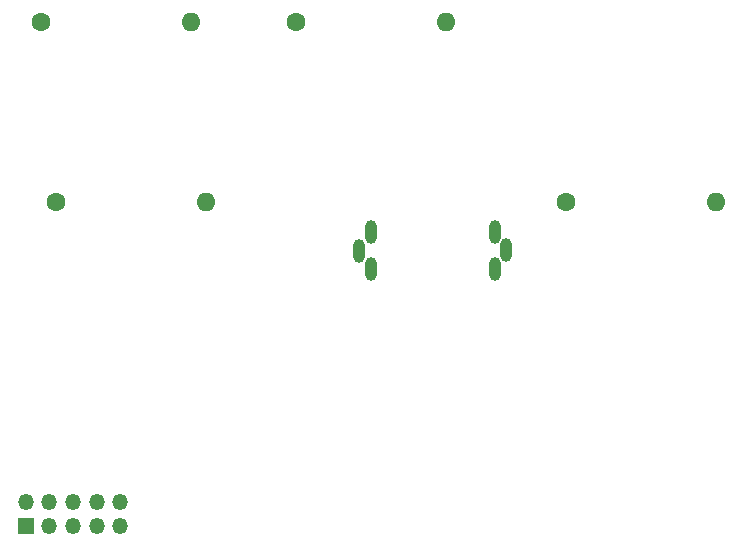
<source format=gbr>
%TF.GenerationSoftware,KiCad,Pcbnew,(7.0.0)*%
%TF.CreationDate,2023-08-04T16:20:27+02:00*%
%TF.ProjectId,PCH-1xxxJIG_THT_1.5,5043482d-3178-4787-984a-49475f544854,rev?*%
%TF.SameCoordinates,Original*%
%TF.FileFunction,Soldermask,Bot*%
%TF.FilePolarity,Negative*%
%FSLAX46Y46*%
G04 Gerber Fmt 4.6, Leading zero omitted, Abs format (unit mm)*
G04 Created by KiCad (PCBNEW (7.0.0)) date 2023-08-04 16:20:27*
%MOMM*%
%LPD*%
G01*
G04 APERTURE LIST*
%ADD10O,1.000000X2.000000*%
%ADD11C,1.600000*%
%ADD12O,1.600000X1.600000*%
%ADD13R,1.350000X1.350000*%
%ADD14O,1.350000X1.350000*%
G04 APERTURE END LIST*
D10*
%TO.C,UDC*%
X76539999Y-58979999D03*
X76539999Y-55879999D03*
X77539999Y-57379999D03*
X66039999Y-55879999D03*
X66039999Y-58979999D03*
X65039999Y-57479999D03*
%TD*%
D11*
%TO.C,1k Ohms*%
X59690000Y-38100000D03*
D12*
X72389999Y-38099999D03*
%TD*%
D11*
%TO.C,220 Ohms*%
X82550000Y-53340000D03*
D12*
X95249999Y-53339999D03*
%TD*%
D11*
%TO.C,1k Ohms*%
X39370000Y-53340000D03*
D12*
X52069999Y-53339999D03*
%TD*%
D11*
%TO.C,1k Ohms*%
X38100000Y-38100000D03*
D12*
X50799999Y-38099999D03*
%TD*%
D13*
%TO.C,Pin Header*%
X36829999Y-80739999D03*
D14*
X36829999Y-78739999D03*
X38829999Y-80739999D03*
X38829999Y-78739999D03*
X40829999Y-80739999D03*
X40829999Y-78739999D03*
X42829999Y-80739999D03*
X42829999Y-78739999D03*
X44829999Y-80739999D03*
X44829999Y-78739999D03*
%TD*%
M02*

</source>
